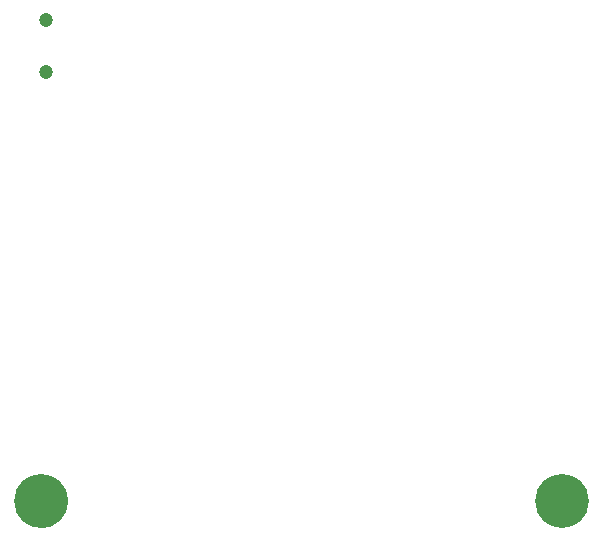
<source format=gbr>
%TF.GenerationSoftware,KiCad,Pcbnew,(6.0.2)*%
%TF.CreationDate,2022-09-11T13:31:58-05:00*%
%TF.ProjectId,REF1790,52454631-3739-4302-9e6b-696361645f70,rev?*%
%TF.SameCoordinates,Original*%
%TF.FileFunction,Soldermask,Bot*%
%TF.FilePolarity,Negative*%
%FSLAX46Y46*%
G04 Gerber Fmt 4.6, Leading zero omitted, Abs format (unit mm)*
G04 Created by KiCad (PCBNEW (6.0.2)) date 2022-09-11 13:31:58*
%MOMM*%
%LPD*%
G01*
G04 APERTURE LIST*
%ADD10C,2.280000*%
%ADD11C,1.200000*%
%ADD12C,4.560000*%
G04 APERTURE END LIST*
D10*
X132634000Y-109213600D02*
G75*
G03*
X132634000Y-109213600I-1140000J0D01*
G01*
D11*
%TO.C,USB1*%
X131855000Y-72883000D03*
X131855000Y-68476000D03*
%TD*%
D12*
%TO.C,Hole1*%
X175547000Y-109173000D03*
%TD*%
%TO.C,Hole*%
X131494000Y-109212000D03*
%TD*%
M02*

</source>
